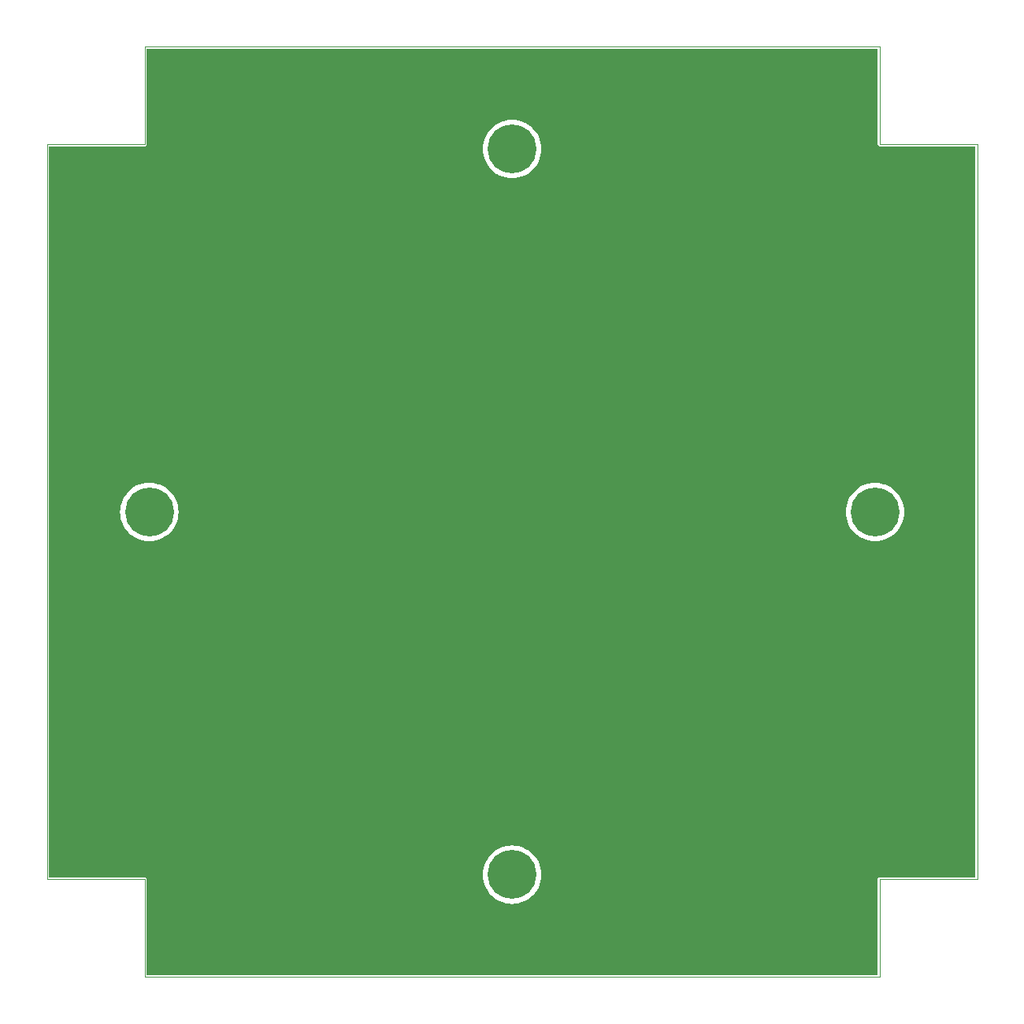
<source format=gbr>
%TF.GenerationSoftware,KiCad,Pcbnew,7.0.5*%
%TF.CreationDate,2023-06-21T14:57:03-07:00*%
%TF.ProjectId,solar-panel-side-Z,736f6c61-722d-4706-916e-656c2d736964,3.1*%
%TF.SameCoordinates,Original*%
%TF.FileFunction,Copper,L3,Inr*%
%TF.FilePolarity,Positive*%
%FSLAX46Y46*%
G04 Gerber Fmt 4.6, Leading zero omitted, Abs format (unit mm)*
G04 Created by KiCad (PCBNEW 7.0.5) date 2023-06-21 14:57:03*
%MOMM*%
%LPD*%
G01*
G04 APERTURE LIST*
%TA.AperFunction,ComponentPad*%
%ADD10C,5.250000*%
%TD*%
%TA.AperFunction,Profile*%
%ADD11C,0.050000*%
%TD*%
G04 APERTURE END LIST*
D10*
%TO.N,unconnected-(J4-Pad1)*%
%TO.C,J4*%
X110500000Y-85000000D03*
%TD*%
%TO.N,unconnected-(J5-Pad1)*%
%TO.C,J5*%
X149500000Y-124000000D03*
%TD*%
%TO.N,unconnected-(J6-Pad1)*%
%TO.C,J6*%
X149500000Y-46000000D03*
%TD*%
%TO.N,unconnected-(J7-Pad1)*%
%TO.C,J7*%
X188500000Y-85000000D03*
%TD*%
%TA.AperFunction,Conductor*%
%TO.N,GND*%
G36*
X188741621Y-35220502D02*
G01*
X188788114Y-35274158D01*
X188799500Y-35326500D01*
X188799499Y-45506423D01*
X188799500Y-45506428D01*
X188799500Y-45545763D01*
X188803396Y-45553854D01*
X188812711Y-45580475D01*
X188814710Y-45589231D01*
X188814711Y-45589232D01*
X188820304Y-45596245D01*
X188835317Y-45620136D01*
X188839212Y-45628224D01*
X188846229Y-45633820D01*
X188866180Y-45653771D01*
X188871776Y-45660788D01*
X188879863Y-45664682D01*
X188903749Y-45679692D01*
X188910769Y-45685290D01*
X188919521Y-45687287D01*
X188946149Y-45696605D01*
X188954237Y-45700500D01*
X188977410Y-45700500D01*
X199173500Y-45700500D01*
X199241621Y-45720502D01*
X199288114Y-45774158D01*
X199299500Y-45826500D01*
X199299500Y-124173500D01*
X199279498Y-124241621D01*
X199225842Y-124288114D01*
X199173500Y-124299500D01*
X188954234Y-124299500D01*
X188946142Y-124303397D01*
X188919526Y-124312710D01*
X188910771Y-124314708D01*
X188910765Y-124314711D01*
X188903742Y-124320312D01*
X188879870Y-124335312D01*
X188871781Y-124339208D01*
X188871776Y-124339212D01*
X188866177Y-124346233D01*
X188846235Y-124366174D01*
X188839213Y-124371775D01*
X188839212Y-124371776D01*
X188839208Y-124371781D01*
X188835312Y-124379870D01*
X188820312Y-124403742D01*
X188814711Y-124410765D01*
X188814708Y-124410771D01*
X188812710Y-124419526D01*
X188803397Y-124446142D01*
X188799500Y-124454234D01*
X188799500Y-134673500D01*
X188779498Y-134741621D01*
X188725842Y-134788114D01*
X188673500Y-134799500D01*
X110326500Y-134799500D01*
X110258379Y-134779498D01*
X110211886Y-134725842D01*
X110200500Y-134673500D01*
X110200500Y-124454236D01*
X110196605Y-124446149D01*
X110187287Y-124419521D01*
X110185290Y-124410769D01*
X110179692Y-124403749D01*
X110164682Y-124379863D01*
X110160788Y-124371776D01*
X110153771Y-124366180D01*
X110133820Y-124346229D01*
X110128224Y-124339212D01*
X110120136Y-124335317D01*
X110096247Y-124320305D01*
X110089231Y-124314710D01*
X110080475Y-124312711D01*
X110053854Y-124303396D01*
X110045763Y-124299500D01*
X110045762Y-124299500D01*
X99826500Y-124299500D01*
X99758379Y-124279498D01*
X99711886Y-124225842D01*
X99700500Y-124173500D01*
X99700500Y-124000000D01*
X146361563Y-124000000D01*
X146381296Y-124351389D01*
X146381296Y-124351390D01*
X146435573Y-124670841D01*
X146440250Y-124698368D01*
X146517759Y-124967409D01*
X146537683Y-125036564D01*
X146672361Y-125361706D01*
X146672366Y-125361717D01*
X146672373Y-125361729D01*
X146842602Y-125669738D01*
X146842606Y-125669745D01*
X147046268Y-125956779D01*
X147046273Y-125956786D01*
X147147692Y-126070274D01*
X147280790Y-126219210D01*
X147447448Y-126368144D01*
X147543213Y-126453726D01*
X147543220Y-126453731D01*
X147830254Y-126657393D01*
X147830261Y-126657397D01*
X147943389Y-126719920D01*
X148138283Y-126827634D01*
X148463440Y-126962318D01*
X148801632Y-127059750D01*
X149148607Y-127118703D01*
X149500000Y-127138437D01*
X149851393Y-127118703D01*
X150198368Y-127059750D01*
X150536560Y-126962318D01*
X150861717Y-126827634D01*
X151169749Y-126657391D01*
X151456783Y-126453729D01*
X151719210Y-126219210D01*
X151953729Y-125956783D01*
X152157391Y-125669749D01*
X152327634Y-125361717D01*
X152462318Y-125036560D01*
X152559750Y-124698368D01*
X152618703Y-124351393D01*
X152638437Y-124000000D01*
X152618703Y-123648607D01*
X152559750Y-123301632D01*
X152462318Y-122963440D01*
X152327634Y-122638283D01*
X152157391Y-122330251D01*
X151953729Y-122043217D01*
X151953728Y-122043216D01*
X151953726Y-122043213D01*
X151868144Y-121947448D01*
X151719210Y-121780790D01*
X151570274Y-121647692D01*
X151456786Y-121546273D01*
X151456779Y-121546268D01*
X151169745Y-121342606D01*
X151169738Y-121342602D01*
X150949669Y-121220975D01*
X150861717Y-121172366D01*
X150861710Y-121172363D01*
X150861706Y-121172361D01*
X150536564Y-121037683D01*
X150467409Y-121017759D01*
X150198368Y-120940250D01*
X150198362Y-120940249D01*
X150198359Y-120940248D01*
X149851389Y-120881296D01*
X149500000Y-120861563D01*
X149148610Y-120881296D01*
X149148609Y-120881296D01*
X148801640Y-120940248D01*
X148801634Y-120940249D01*
X148801632Y-120940250D01*
X148663330Y-120980094D01*
X148463435Y-121037683D01*
X148138293Y-121172361D01*
X148138270Y-121172373D01*
X147830261Y-121342602D01*
X147830254Y-121342606D01*
X147543220Y-121546268D01*
X147543213Y-121546273D01*
X147280790Y-121780790D01*
X147046273Y-122043213D01*
X147046268Y-122043220D01*
X146842606Y-122330254D01*
X146842602Y-122330261D01*
X146672373Y-122638270D01*
X146672361Y-122638293D01*
X146537683Y-122963435D01*
X146440248Y-123301640D01*
X146381296Y-123648609D01*
X146381296Y-123648610D01*
X146361563Y-124000000D01*
X99700500Y-124000000D01*
X99700500Y-84999999D01*
X107361563Y-84999999D01*
X107381296Y-85351389D01*
X107381296Y-85351390D01*
X107381297Y-85351393D01*
X107440250Y-85698368D01*
X107517759Y-85967409D01*
X107537683Y-86036564D01*
X107672361Y-86361706D01*
X107672366Y-86361717D01*
X107672373Y-86361729D01*
X107842602Y-86669738D01*
X107842606Y-86669745D01*
X108046268Y-86956779D01*
X108046273Y-86956786D01*
X108147692Y-87070274D01*
X108280790Y-87219210D01*
X108447448Y-87368144D01*
X108543213Y-87453726D01*
X108543220Y-87453731D01*
X108830254Y-87657393D01*
X108830261Y-87657397D01*
X108943389Y-87719920D01*
X109138283Y-87827634D01*
X109463440Y-87962318D01*
X109801632Y-88059750D01*
X110148607Y-88118703D01*
X110500000Y-88138437D01*
X110851393Y-88118703D01*
X111198368Y-88059750D01*
X111536560Y-87962318D01*
X111861717Y-87827634D01*
X112169749Y-87657391D01*
X112456783Y-87453729D01*
X112719210Y-87219210D01*
X112953729Y-86956783D01*
X113157391Y-86669749D01*
X113327634Y-86361717D01*
X113462318Y-86036560D01*
X113559750Y-85698368D01*
X113618703Y-85351393D01*
X113638437Y-85000000D01*
X113638437Y-84999999D01*
X185361563Y-84999999D01*
X185381296Y-85351389D01*
X185381296Y-85351390D01*
X185381297Y-85351393D01*
X185440250Y-85698368D01*
X185517759Y-85967409D01*
X185537683Y-86036564D01*
X185672361Y-86361706D01*
X185672366Y-86361717D01*
X185672373Y-86361729D01*
X185842602Y-86669738D01*
X185842606Y-86669745D01*
X186046268Y-86956779D01*
X186046273Y-86956786D01*
X186147692Y-87070274D01*
X186280790Y-87219210D01*
X186447448Y-87368144D01*
X186543213Y-87453726D01*
X186543220Y-87453731D01*
X186830254Y-87657393D01*
X186830261Y-87657397D01*
X186943389Y-87719920D01*
X187138283Y-87827634D01*
X187463440Y-87962318D01*
X187801632Y-88059750D01*
X188148607Y-88118703D01*
X188500000Y-88138437D01*
X188851393Y-88118703D01*
X189198368Y-88059750D01*
X189536560Y-87962318D01*
X189861717Y-87827634D01*
X190169749Y-87657391D01*
X190456783Y-87453729D01*
X190719210Y-87219210D01*
X190953729Y-86956783D01*
X191157391Y-86669749D01*
X191327634Y-86361717D01*
X191462318Y-86036560D01*
X191559750Y-85698368D01*
X191618703Y-85351393D01*
X191638437Y-85000000D01*
X191618703Y-84648607D01*
X191559750Y-84301632D01*
X191462318Y-83963440D01*
X191327634Y-83638283D01*
X191157391Y-83330251D01*
X190953729Y-83043217D01*
X190953728Y-83043216D01*
X190953726Y-83043213D01*
X190868144Y-82947448D01*
X190719210Y-82780790D01*
X190570274Y-82647692D01*
X190456786Y-82546273D01*
X190456779Y-82546268D01*
X190169745Y-82342606D01*
X190169738Y-82342602D01*
X189949669Y-82220975D01*
X189861717Y-82172366D01*
X189861710Y-82172363D01*
X189861706Y-82172361D01*
X189536564Y-82037683D01*
X189467409Y-82017759D01*
X189198368Y-81940250D01*
X189198362Y-81940249D01*
X189198359Y-81940248D01*
X188851389Y-81881296D01*
X188500000Y-81861563D01*
X188148610Y-81881296D01*
X188148609Y-81881296D01*
X187801640Y-81940248D01*
X187801634Y-81940249D01*
X187801632Y-81940250D01*
X187663330Y-81980094D01*
X187463435Y-82037683D01*
X187138293Y-82172361D01*
X187138270Y-82172373D01*
X186830261Y-82342602D01*
X186830254Y-82342606D01*
X186543220Y-82546268D01*
X186543213Y-82546273D01*
X186280790Y-82780790D01*
X186046273Y-83043213D01*
X186046268Y-83043220D01*
X185842606Y-83330254D01*
X185842602Y-83330261D01*
X185672373Y-83638270D01*
X185672361Y-83638293D01*
X185537683Y-83963435D01*
X185440248Y-84301640D01*
X185381296Y-84648609D01*
X185381296Y-84648610D01*
X185361563Y-84999999D01*
X113638437Y-84999999D01*
X113618703Y-84648607D01*
X113559750Y-84301632D01*
X113462318Y-83963440D01*
X113327634Y-83638283D01*
X113157391Y-83330251D01*
X112953729Y-83043217D01*
X112953728Y-83043216D01*
X112953726Y-83043213D01*
X112868144Y-82947448D01*
X112719210Y-82780790D01*
X112570274Y-82647692D01*
X112456786Y-82546273D01*
X112456779Y-82546268D01*
X112169745Y-82342606D01*
X112169738Y-82342602D01*
X111949669Y-82220975D01*
X111861717Y-82172366D01*
X111861710Y-82172363D01*
X111861706Y-82172361D01*
X111536564Y-82037683D01*
X111467409Y-82017759D01*
X111198368Y-81940250D01*
X111198362Y-81940249D01*
X111198359Y-81940248D01*
X110851389Y-81881296D01*
X110500000Y-81861563D01*
X110148610Y-81881296D01*
X110148609Y-81881296D01*
X109801640Y-81940248D01*
X109801634Y-81940249D01*
X109801632Y-81940250D01*
X109663330Y-81980094D01*
X109463435Y-82037683D01*
X109138293Y-82172361D01*
X109138270Y-82172373D01*
X108830261Y-82342602D01*
X108830254Y-82342606D01*
X108543220Y-82546268D01*
X108543213Y-82546273D01*
X108280790Y-82780790D01*
X108046273Y-83043213D01*
X108046268Y-83043220D01*
X107842606Y-83330254D01*
X107842602Y-83330261D01*
X107672373Y-83638270D01*
X107672361Y-83638293D01*
X107537683Y-83963435D01*
X107440248Y-84301640D01*
X107381296Y-84648609D01*
X107381296Y-84648610D01*
X107361563Y-84999999D01*
X99700500Y-84999999D01*
X99700500Y-45999999D01*
X146361563Y-45999999D01*
X146381296Y-46351389D01*
X146381296Y-46351390D01*
X146381297Y-46351393D01*
X146440250Y-46698368D01*
X146517759Y-46967409D01*
X146537683Y-47036564D01*
X146672361Y-47361706D01*
X146672366Y-47361717D01*
X146672373Y-47361729D01*
X146842602Y-47669738D01*
X146842606Y-47669745D01*
X147046268Y-47956779D01*
X147046273Y-47956786D01*
X147147692Y-48070274D01*
X147280790Y-48219210D01*
X147447448Y-48368144D01*
X147543213Y-48453726D01*
X147543220Y-48453731D01*
X147830254Y-48657393D01*
X147830261Y-48657397D01*
X147943389Y-48719920D01*
X148138283Y-48827634D01*
X148463440Y-48962318D01*
X148801632Y-49059750D01*
X149148607Y-49118703D01*
X149500000Y-49138437D01*
X149851393Y-49118703D01*
X150198368Y-49059750D01*
X150536560Y-48962318D01*
X150861717Y-48827634D01*
X151169749Y-48657391D01*
X151456783Y-48453729D01*
X151719210Y-48219210D01*
X151953729Y-47956783D01*
X152157391Y-47669749D01*
X152327634Y-47361717D01*
X152462318Y-47036560D01*
X152559750Y-46698368D01*
X152618703Y-46351393D01*
X152638437Y-46000000D01*
X152618703Y-45648607D01*
X152559750Y-45301632D01*
X152462318Y-44963440D01*
X152327634Y-44638283D01*
X152157391Y-44330251D01*
X151953729Y-44043217D01*
X151953728Y-44043216D01*
X151953726Y-44043213D01*
X151868144Y-43947448D01*
X151719210Y-43780790D01*
X151570274Y-43647692D01*
X151456786Y-43546273D01*
X151456779Y-43546268D01*
X151169745Y-43342606D01*
X151169738Y-43342602D01*
X150949669Y-43220975D01*
X150861717Y-43172366D01*
X150861710Y-43172363D01*
X150861706Y-43172361D01*
X150536564Y-43037683D01*
X150467409Y-43017759D01*
X150198368Y-42940250D01*
X150198362Y-42940249D01*
X150198359Y-42940248D01*
X149851389Y-42881296D01*
X149523731Y-42862895D01*
X149500000Y-42861563D01*
X149499999Y-42861563D01*
X149148610Y-42881296D01*
X149148609Y-42881296D01*
X148801640Y-42940248D01*
X148801634Y-42940249D01*
X148801632Y-42940250D01*
X148663330Y-42980094D01*
X148463435Y-43037683D01*
X148138293Y-43172361D01*
X148138270Y-43172373D01*
X147830261Y-43342602D01*
X147830254Y-43342606D01*
X147543220Y-43546268D01*
X147543213Y-43546273D01*
X147280790Y-43780790D01*
X147046273Y-44043213D01*
X147046268Y-44043220D01*
X146842606Y-44330254D01*
X146842602Y-44330261D01*
X146672373Y-44638270D01*
X146672361Y-44638293D01*
X146537683Y-44963435D01*
X146537682Y-44963440D01*
X146440865Y-45299500D01*
X146440248Y-45301640D01*
X146381296Y-45648609D01*
X146381296Y-45648610D01*
X146361563Y-45999999D01*
X99700500Y-45999999D01*
X99700500Y-45826500D01*
X99720502Y-45758379D01*
X99774158Y-45711886D01*
X99826500Y-45700500D01*
X110045762Y-45700500D01*
X110045763Y-45700500D01*
X110053850Y-45696605D01*
X110080482Y-45687286D01*
X110089231Y-45685290D01*
X110096249Y-45679692D01*
X110120143Y-45664679D01*
X110128224Y-45660788D01*
X110133817Y-45653773D01*
X110153773Y-45633817D01*
X110160788Y-45628224D01*
X110164679Y-45620143D01*
X110179692Y-45596249D01*
X110185290Y-45589231D01*
X110187287Y-45580480D01*
X110196605Y-45553850D01*
X110200500Y-45545763D01*
X110200500Y-45454237D01*
X110200500Y-45454236D01*
X110200500Y-35326500D01*
X110220502Y-35258379D01*
X110274158Y-35211886D01*
X110326500Y-35200500D01*
X188673500Y-35200500D01*
X188741621Y-35220502D01*
G37*
%TD.AperFunction*%
%TD*%
D11*
X189000000Y-135000000D02*
X110000000Y-135000000D01*
X110000000Y-124500000D02*
X99500000Y-124500000D01*
X110000000Y-45500000D02*
X110000000Y-35000000D01*
X189000000Y-45500000D02*
X199500000Y-45500000D01*
X99500000Y-124500000D02*
X99500000Y-45500000D01*
X199500000Y-124500000D02*
X189000000Y-124500000D01*
X110000000Y-35000000D02*
X189000000Y-35000000D01*
X199500000Y-45500000D02*
X199500000Y-124500000D01*
X189000000Y-124500000D02*
X189000000Y-135000000D01*
X99500000Y-45500000D02*
X110000000Y-45500000D01*
X189000000Y-35000000D02*
X189000000Y-45500000D01*
X110000000Y-135000000D02*
X110000000Y-124500000D01*
M02*

</source>
